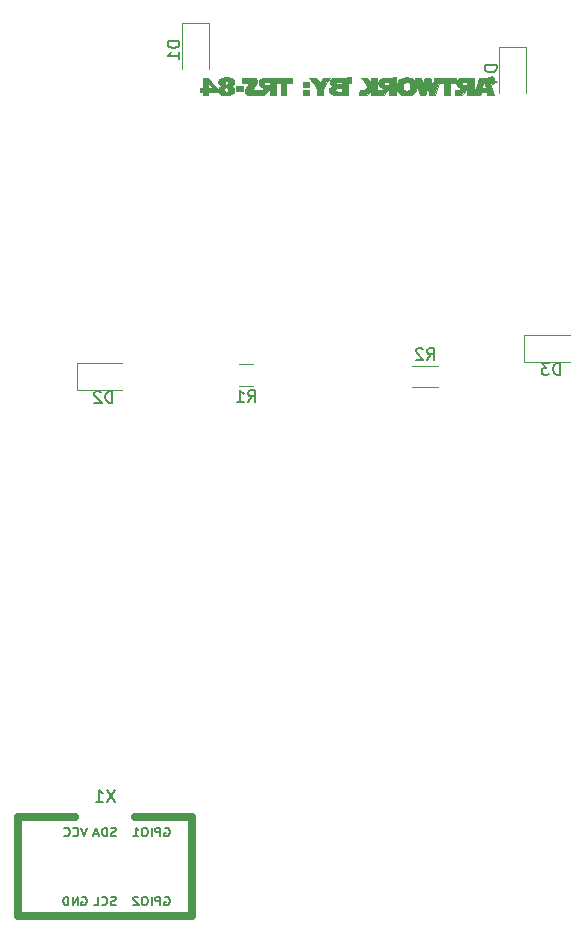
<source format=gbr>
G04 #@! TF.GenerationSoftware,KiCad,Pcbnew,(5.1.2)-1*
G04 #@! TF.CreationDate,2019-07-11T20:21:29-05:00*
G04 #@! TF.ProjectId,keanu-homeboy,6b65616e-752d-4686-9f6d-65626f792e6b,rev?*
G04 #@! TF.SameCoordinates,Original*
G04 #@! TF.FileFunction,Legend,Bot*
G04 #@! TF.FilePolarity,Positive*
%FSLAX46Y46*%
G04 Gerber Fmt 4.6, Leading zero omitted, Abs format (unit mm)*
G04 Created by KiCad (PCBNEW (5.1.2)-1) date 2019-07-11 20:21:29*
%MOMM*%
%LPD*%
G04 APERTURE LIST*
%ADD10C,0.010000*%
%ADD11C,0.120000*%
%ADD12C,0.700000*%
%ADD13C,0.150000*%
G04 APERTURE END LIST*
D10*
G36*
X-9690100Y26729584D02*
G01*
X-9538600Y26716040D01*
X-9407825Y26689440D01*
X-9298075Y26649915D01*
X-9209648Y26597596D01*
X-9142843Y26532612D01*
X-9106643Y26474683D01*
X-9089748Y26420980D01*
X-9081176Y26352607D01*
X-9081332Y26279032D01*
X-9090627Y26209720D01*
X-9094539Y26193750D01*
X-9117358Y26146415D01*
X-9157451Y26096507D01*
X-9208327Y26050408D01*
X-9263491Y26014499D01*
X-9288452Y26003186D01*
X-9347753Y25980539D01*
X-9277375Y25951935D01*
X-9199298Y25913571D01*
X-9141957Y25869076D01*
X-9100799Y25814659D01*
X-9091600Y25797221D01*
X-9070304Y25734435D01*
X-9058320Y25658395D01*
X-9056526Y25579808D01*
X-9065801Y25509378D01*
X-9067447Y25502912D01*
X-9097259Y25438128D01*
X-9149303Y25376418D01*
X-9220420Y25320187D01*
X-9307451Y25271836D01*
X-9407238Y25233770D01*
X-9429750Y25227245D01*
X-9484277Y25216711D01*
X-9557689Y25208750D01*
X-9643594Y25203473D01*
X-9735597Y25200989D01*
X-9827303Y25201408D01*
X-9912320Y25204840D01*
X-9984252Y25211396D01*
X-10019560Y25217095D01*
X-10129141Y25247673D01*
X-10227329Y25291332D01*
X-10310751Y25345844D01*
X-10376032Y25408982D01*
X-10419800Y25478518D01*
X-10421544Y25482550D01*
X-10438492Y25546687D01*
X-10443198Y25622262D01*
X-10435943Y25698616D01*
X-10432556Y25710509D01*
X-9912150Y25710509D01*
X-9910665Y25666338D01*
X-9910533Y25665742D01*
X-9894894Y25606406D01*
X-9877937Y25566380D01*
X-9856533Y25539634D01*
X-9838016Y25526065D01*
X-9787271Y25507181D01*
X-9728529Y25502816D01*
X-9674383Y25513568D01*
X-9664700Y25517839D01*
X-9630196Y25548125D01*
X-9605094Y25595659D01*
X-9590443Y25653704D01*
X-9587294Y25715521D01*
X-9596698Y25774371D01*
X-9617540Y25820397D01*
X-9658590Y25860524D01*
X-9711342Y25882559D01*
X-9769031Y25885847D01*
X-9824892Y25869736D01*
X-9862055Y25844027D01*
X-9884876Y25810271D01*
X-9902564Y25762126D01*
X-9912150Y25710509D01*
X-10432556Y25710509D01*
X-10417007Y25765088D01*
X-10413954Y25771912D01*
X-10373060Y25834854D01*
X-10315147Y25892673D01*
X-10248492Y25937940D01*
X-10209591Y25955339D01*
X-10148887Y25976899D01*
X-10214769Y26012910D01*
X-10294827Y26065644D01*
X-10351812Y26125280D01*
X-10387823Y26195317D01*
X-10404957Y26279250D01*
X-10405090Y26282650D01*
X-9893300Y26282650D01*
X-9884039Y26213981D01*
X-9857341Y26162055D01*
X-9814831Y26128545D01*
X-9758139Y26115121D01*
X-9730860Y26115840D01*
X-9689913Y26124563D01*
X-9655891Y26139954D01*
X-9649732Y26144624D01*
X-9612152Y26192114D01*
X-9593461Y26246646D01*
X-9592154Y26303311D01*
X-9606724Y26357205D01*
X-9635664Y26403420D01*
X-9677467Y26437050D01*
X-9730627Y26453189D01*
X-9744706Y26453913D01*
X-9802503Y26442982D01*
X-9848130Y26411452D01*
X-9879076Y26362219D01*
X-9892831Y26298175D01*
X-9893300Y26282650D01*
X-10405090Y26282650D01*
X-10407091Y26333450D01*
X-10404576Y26389041D01*
X-10395871Y26431818D01*
X-10377984Y26474163D01*
X-10368991Y26491192D01*
X-10315135Y26563726D01*
X-10240114Y26623812D01*
X-10145137Y26671025D01*
X-10031414Y26704941D01*
X-9900153Y26725135D01*
X-9752565Y26731183D01*
X-9690100Y26729584D01*
X-9690100Y26729584D01*
G37*
X-9690100Y26729584D02*
X-9538600Y26716040D01*
X-9407825Y26689440D01*
X-9298075Y26649915D01*
X-9209648Y26597596D01*
X-9142843Y26532612D01*
X-9106643Y26474683D01*
X-9089748Y26420980D01*
X-9081176Y26352607D01*
X-9081332Y26279032D01*
X-9090627Y26209720D01*
X-9094539Y26193750D01*
X-9117358Y26146415D01*
X-9157451Y26096507D01*
X-9208327Y26050408D01*
X-9263491Y26014499D01*
X-9288452Y26003186D01*
X-9347753Y25980539D01*
X-9277375Y25951935D01*
X-9199298Y25913571D01*
X-9141957Y25869076D01*
X-9100799Y25814659D01*
X-9091600Y25797221D01*
X-9070304Y25734435D01*
X-9058320Y25658395D01*
X-9056526Y25579808D01*
X-9065801Y25509378D01*
X-9067447Y25502912D01*
X-9097259Y25438128D01*
X-9149303Y25376418D01*
X-9220420Y25320187D01*
X-9307451Y25271836D01*
X-9407238Y25233770D01*
X-9429750Y25227245D01*
X-9484277Y25216711D01*
X-9557689Y25208750D01*
X-9643594Y25203473D01*
X-9735597Y25200989D01*
X-9827303Y25201408D01*
X-9912320Y25204840D01*
X-9984252Y25211396D01*
X-10019560Y25217095D01*
X-10129141Y25247673D01*
X-10227329Y25291332D01*
X-10310751Y25345844D01*
X-10376032Y25408982D01*
X-10419800Y25478518D01*
X-10421544Y25482550D01*
X-10438492Y25546687D01*
X-10443198Y25622262D01*
X-10435943Y25698616D01*
X-10432556Y25710509D01*
X-9912150Y25710509D01*
X-9910665Y25666338D01*
X-9910533Y25665742D01*
X-9894894Y25606406D01*
X-9877937Y25566380D01*
X-9856533Y25539634D01*
X-9838016Y25526065D01*
X-9787271Y25507181D01*
X-9728529Y25502816D01*
X-9674383Y25513568D01*
X-9664700Y25517839D01*
X-9630196Y25548125D01*
X-9605094Y25595659D01*
X-9590443Y25653704D01*
X-9587294Y25715521D01*
X-9596698Y25774371D01*
X-9617540Y25820397D01*
X-9658590Y25860524D01*
X-9711342Y25882559D01*
X-9769031Y25885847D01*
X-9824892Y25869736D01*
X-9862055Y25844027D01*
X-9884876Y25810271D01*
X-9902564Y25762126D01*
X-9912150Y25710509D01*
X-10432556Y25710509D01*
X-10417007Y25765088D01*
X-10413954Y25771912D01*
X-10373060Y25834854D01*
X-10315147Y25892673D01*
X-10248492Y25937940D01*
X-10209591Y25955339D01*
X-10148887Y25976899D01*
X-10214769Y26012910D01*
X-10294827Y26065644D01*
X-10351812Y26125280D01*
X-10387823Y26195317D01*
X-10404957Y26279250D01*
X-10405090Y26282650D01*
X-9893300Y26282650D01*
X-9884039Y26213981D01*
X-9857341Y26162055D01*
X-9814831Y26128545D01*
X-9758139Y26115121D01*
X-9730860Y26115840D01*
X-9689913Y26124563D01*
X-9655891Y26139954D01*
X-9649732Y26144624D01*
X-9612152Y26192114D01*
X-9593461Y26246646D01*
X-9592154Y26303311D01*
X-9606724Y26357205D01*
X-9635664Y26403420D01*
X-9677467Y26437050D01*
X-9730627Y26453189D01*
X-9744706Y26453913D01*
X-9802503Y26442982D01*
X-9848130Y26411452D01*
X-9879076Y26362219D01*
X-9892831Y26298175D01*
X-9893300Y26282650D01*
X-10405090Y26282650D01*
X-10407091Y26333450D01*
X-10404576Y26389041D01*
X-10395871Y26431818D01*
X-10377984Y26474163D01*
X-10368991Y26491192D01*
X-10315135Y26563726D01*
X-10240114Y26623812D01*
X-10145137Y26671025D01*
X-10031414Y26704941D01*
X-9900153Y26725135D01*
X-9752565Y26731183D01*
X-9690100Y26729584D01*
G36*
X5625474Y26712223D02*
G01*
X5723922Y26704251D01*
X5808095Y26691164D01*
X5835650Y26684626D01*
X5969871Y26638641D01*
X6083865Y26577991D01*
X6178846Y26501625D01*
X6256030Y26408492D01*
X6316632Y26297540D01*
X6334573Y26253170D01*
X6352993Y26185639D01*
X6366084Y26100861D01*
X6373509Y26006497D01*
X6374933Y25910203D01*
X6370017Y25819640D01*
X6358425Y25742466D01*
X6357263Y25737371D01*
X6315613Y25610638D01*
X6254075Y25499599D01*
X6173016Y25404622D01*
X6072802Y25326072D01*
X5953800Y25264316D01*
X5848350Y25228091D01*
X5796293Y25217885D01*
X5725324Y25209942D01*
X5641838Y25204402D01*
X5552235Y25201408D01*
X5462911Y25201099D01*
X5380264Y25203618D01*
X5310692Y25209105D01*
X5270500Y25215347D01*
X5128946Y25256117D01*
X5005089Y25314057D01*
X4899603Y25388534D01*
X4813166Y25478911D01*
X4746454Y25584554D01*
X4700141Y25704826D01*
X4685929Y25764607D01*
X4677094Y25835008D01*
X4674047Y25919609D01*
X4674694Y25944871D01*
X5199464Y25944871D01*
X5207075Y25862101D01*
X5224506Y25782308D01*
X5249818Y25721971D01*
X5285824Y25675659D01*
X5316838Y25650119D01*
X5378427Y25619536D01*
X5454647Y25601129D01*
X5537525Y25595489D01*
X5619086Y25603211D01*
X5686174Y25622654D01*
X5749185Y25660839D01*
X5796116Y25716527D01*
X5827443Y25790681D01*
X5843642Y25884266D01*
X5846287Y25946100D01*
X5842765Y26035671D01*
X5830210Y26106265D01*
X5807189Y26163145D01*
X5774790Y26208736D01*
X5716528Y26259224D01*
X5645907Y26290524D01*
X5559857Y26303848D01*
X5532011Y26304523D01*
X5437734Y26298121D01*
X5363031Y26277891D01*
X5305249Y26242298D01*
X5261734Y26189808D01*
X5234606Y26132456D01*
X5207311Y26036853D01*
X5199464Y25944871D01*
X4674694Y25944871D01*
X4676376Y26010459D01*
X4683669Y26099607D01*
X4695512Y26179101D01*
X4710520Y26238200D01*
X4763515Y26355335D01*
X4836933Y26458289D01*
X4929363Y26545856D01*
X5039395Y26616834D01*
X5165617Y26670018D01*
X5241456Y26691255D01*
X5320742Y26704596D01*
X5416257Y26712480D01*
X5520377Y26714995D01*
X5625474Y26712223D01*
X5625474Y26712223D01*
G37*
X5625474Y26712223D02*
X5723922Y26704251D01*
X5808095Y26691164D01*
X5835650Y26684626D01*
X5969871Y26638641D01*
X6083865Y26577991D01*
X6178846Y26501625D01*
X6256030Y26408492D01*
X6316632Y26297540D01*
X6334573Y26253170D01*
X6352993Y26185639D01*
X6366084Y26100861D01*
X6373509Y26006497D01*
X6374933Y25910203D01*
X6370017Y25819640D01*
X6358425Y25742466D01*
X6357263Y25737371D01*
X6315613Y25610638D01*
X6254075Y25499599D01*
X6173016Y25404622D01*
X6072802Y25326072D01*
X5953800Y25264316D01*
X5848350Y25228091D01*
X5796293Y25217885D01*
X5725324Y25209942D01*
X5641838Y25204402D01*
X5552235Y25201408D01*
X5462911Y25201099D01*
X5380264Y25203618D01*
X5310692Y25209105D01*
X5270500Y25215347D01*
X5128946Y25256117D01*
X5005089Y25314057D01*
X4899603Y25388534D01*
X4813166Y25478911D01*
X4746454Y25584554D01*
X4700141Y25704826D01*
X4685929Y25764607D01*
X4677094Y25835008D01*
X4674047Y25919609D01*
X4674694Y25944871D01*
X5199464Y25944871D01*
X5207075Y25862101D01*
X5224506Y25782308D01*
X5249818Y25721971D01*
X5285824Y25675659D01*
X5316838Y25650119D01*
X5378427Y25619536D01*
X5454647Y25601129D01*
X5537525Y25595489D01*
X5619086Y25603211D01*
X5686174Y25622654D01*
X5749185Y25660839D01*
X5796116Y25716527D01*
X5827443Y25790681D01*
X5843642Y25884266D01*
X5846287Y25946100D01*
X5842765Y26035671D01*
X5830210Y26106265D01*
X5807189Y26163145D01*
X5774790Y26208736D01*
X5716528Y26259224D01*
X5645907Y26290524D01*
X5559857Y26303848D01*
X5532011Y26304523D01*
X5437734Y26298121D01*
X5363031Y26277891D01*
X5305249Y26242298D01*
X5261734Y26189808D01*
X5234606Y26132456D01*
X5207311Y26036853D01*
X5199464Y25944871D01*
X4674694Y25944871D01*
X4676376Y26010459D01*
X4683669Y26099607D01*
X4695512Y26179101D01*
X4710520Y26238200D01*
X4763515Y26355335D01*
X4836933Y26458289D01*
X4929363Y26545856D01*
X5039395Y26616834D01*
X5165617Y26670018D01*
X5241456Y26691255D01*
X5320742Y26704596D01*
X5416257Y26712480D01*
X5520377Y26714995D01*
X5625474Y26712223D01*
G36*
X-10904987Y26263059D02*
G01*
X-10502900Y25818017D01*
X-10502900Y25501600D01*
X-11303000Y25501600D01*
X-11303000Y25222200D01*
X-11671300Y25222200D01*
X-11671300Y25501600D01*
X-11925300Y25501600D01*
X-11925300Y25819100D01*
X-11671300Y25819100D01*
X-11671300Y26050241D01*
X-11303000Y26050241D01*
X-11303000Y25819100D01*
X-11112500Y25819100D01*
X-11046206Y25819562D01*
X-10989945Y25820834D01*
X-10948108Y25822748D01*
X-10925085Y25825133D01*
X-10922000Y25826450D01*
X-10929764Y25837178D01*
X-10951219Y25863969D01*
X-10983612Y25903530D01*
X-11024187Y25952566D01*
X-11070191Y26007784D01*
X-11118869Y26065889D01*
X-11167467Y26123587D01*
X-11213231Y26177585D01*
X-11253407Y26224588D01*
X-11285240Y26261303D01*
X-11292304Y26269316D01*
X-11295685Y26261228D01*
X-11298626Y26231454D01*
X-11300947Y26183706D01*
X-11302465Y26121697D01*
X-11303000Y26050241D01*
X-11671300Y26050241D01*
X-11671300Y26708100D01*
X-11307073Y26708100D01*
X-10904987Y26263059D01*
X-10904987Y26263059D01*
G37*
X-10904987Y26263059D02*
X-10502900Y25818017D01*
X-10502900Y25501600D01*
X-11303000Y25501600D01*
X-11303000Y25222200D01*
X-11671300Y25222200D01*
X-11671300Y25501600D01*
X-11925300Y25501600D01*
X-11925300Y25819100D01*
X-11671300Y25819100D01*
X-11671300Y26050241D01*
X-11303000Y26050241D01*
X-11303000Y25819100D01*
X-11112500Y25819100D01*
X-11046206Y25819562D01*
X-10989945Y25820834D01*
X-10948108Y25822748D01*
X-10925085Y25825133D01*
X-10922000Y25826450D01*
X-10929764Y25837178D01*
X-10951219Y25863969D01*
X-10983612Y25903530D01*
X-11024187Y25952566D01*
X-11070191Y26007784D01*
X-11118869Y26065889D01*
X-11167467Y26123587D01*
X-11213231Y26177585D01*
X-11253407Y26224588D01*
X-11285240Y26261303D01*
X-11292304Y26269316D01*
X-11295685Y26261228D01*
X-11298626Y26231454D01*
X-11300947Y26183706D01*
X-11302465Y26121697D01*
X-11303000Y26050241D01*
X-11671300Y26050241D01*
X-11671300Y26708100D01*
X-11307073Y26708100D01*
X-10904987Y26263059D01*
G36*
X-4191000Y26263600D02*
G01*
X-4660900Y26263600D01*
X-4660900Y25222200D01*
X-5143500Y25222200D01*
X-5143500Y26263600D01*
X-5524500Y26263600D01*
X-5524500Y25222200D01*
X-6057900Y25222200D01*
X-6058393Y25466675D01*
X-6058885Y25711150D01*
X-6296518Y25466229D01*
X-6534150Y25221308D01*
X-7219950Y25222056D01*
X-7905750Y25222803D01*
X-7980683Y25253609D01*
X-8062866Y25298013D01*
X-8123364Y25355255D01*
X-8162872Y25426397D01*
X-8182086Y25512504D01*
X-8184274Y25565100D01*
X-8174404Y25656846D01*
X-8145966Y25748204D01*
X-8097767Y25841334D01*
X-8028615Y25938395D01*
X-7937317Y26041545D01*
X-7900212Y26079186D01*
X-7856588Y26124056D01*
X-7820551Y26164270D01*
X-7795592Y26195702D01*
X-7785204Y26214225D01*
X-7785100Y26215264D01*
X-7787790Y26229968D01*
X-7797678Y26241409D01*
X-7817498Y26249981D01*
X-7849980Y26256077D01*
X-7897856Y26260090D01*
X-7963858Y26262414D01*
X-8050717Y26263441D01*
X-8120816Y26263600D01*
X-8407400Y26263600D01*
X-8407400Y26708100D01*
X-7914406Y26708100D01*
X-7776517Y26707955D01*
X-7661527Y26707301D01*
X-7566936Y26705813D01*
X-7490243Y26703163D01*
X-7428948Y26699025D01*
X-7380550Y26693073D01*
X-7342548Y26684980D01*
X-7312444Y26674420D01*
X-7287735Y26661067D01*
X-7265922Y26644594D01*
X-7244504Y26624674D01*
X-7239829Y26620029D01*
X-7192603Y26555905D01*
X-7161017Y26476805D01*
X-7146103Y26388532D01*
X-7148892Y26296890D01*
X-7167822Y26215058D01*
X-7203272Y26136674D01*
X-7258319Y26049459D01*
X-7330400Y25956993D01*
X-7416950Y25862852D01*
X-7428689Y25851115D01*
X-7472313Y25806245D01*
X-7508350Y25766031D01*
X-7533309Y25734599D01*
X-7543697Y25716076D01*
X-7543800Y25715037D01*
X-7541997Y25702346D01*
X-7534989Y25692073D01*
X-7520382Y25683968D01*
X-7495780Y25677777D01*
X-7458788Y25673249D01*
X-7407009Y25670132D01*
X-7338050Y25668175D01*
X-7249514Y25667125D01*
X-7139006Y25666731D01*
X-7084093Y25666700D01*
X-6673516Y25666700D01*
X-6565832Y25804578D01*
X-6638509Y25825706D01*
X-6746936Y25867209D01*
X-6836010Y25922683D01*
X-6904579Y25991241D01*
X-6948015Y26063867D01*
X-6966357Y26125093D01*
X-6974890Y26191206D01*
X-6539608Y26191206D01*
X-6536974Y26148733D01*
X-6528785Y26116613D01*
X-6511935Y26093411D01*
X-6483320Y26077689D01*
X-6439837Y26068011D01*
X-6378382Y26062940D01*
X-6295849Y26061041D01*
X-6257925Y26060851D01*
X-6057900Y26060400D01*
X-6057900Y26339800D01*
X-6247803Y26339800D01*
X-6334408Y26338669D01*
X-6402610Y26335387D01*
X-6449925Y26330123D01*
X-6471005Y26324628D01*
X-6508577Y26294292D01*
X-6532404Y26246735D01*
X-6539608Y26191206D01*
X-6974890Y26191206D01*
X-6976121Y26200739D01*
X-6976897Y26281173D01*
X-6968274Y26356763D01*
X-6961682Y26385002D01*
X-6925847Y26467765D01*
X-6868385Y26543682D01*
X-6792855Y26609216D01*
X-6702812Y26660829D01*
X-6670990Y26674026D01*
X-6658433Y26678673D01*
X-6645796Y26682775D01*
X-6631481Y26686369D01*
X-6613889Y26689495D01*
X-6591422Y26692193D01*
X-6562481Y26694500D01*
X-6525468Y26696457D01*
X-6478784Y26698103D01*
X-6420831Y26699476D01*
X-6350010Y26700615D01*
X-6264722Y26701560D01*
X-6163370Y26702350D01*
X-6044354Y26703023D01*
X-5906077Y26703620D01*
X-5746939Y26704178D01*
X-5565341Y26704737D01*
X-5394325Y26705236D01*
X-4191000Y26708722D01*
X-4191000Y26263600D01*
X-4191000Y26263600D01*
G37*
X-4191000Y26263600D02*
X-4660900Y26263600D01*
X-4660900Y25222200D01*
X-5143500Y25222200D01*
X-5143500Y26263600D01*
X-5524500Y26263600D01*
X-5524500Y25222200D01*
X-6057900Y25222200D01*
X-6058393Y25466675D01*
X-6058885Y25711150D01*
X-6296518Y25466229D01*
X-6534150Y25221308D01*
X-7219950Y25222056D01*
X-7905750Y25222803D01*
X-7980683Y25253609D01*
X-8062866Y25298013D01*
X-8123364Y25355255D01*
X-8162872Y25426397D01*
X-8182086Y25512504D01*
X-8184274Y25565100D01*
X-8174404Y25656846D01*
X-8145966Y25748204D01*
X-8097767Y25841334D01*
X-8028615Y25938395D01*
X-7937317Y26041545D01*
X-7900212Y26079186D01*
X-7856588Y26124056D01*
X-7820551Y26164270D01*
X-7795592Y26195702D01*
X-7785204Y26214225D01*
X-7785100Y26215264D01*
X-7787790Y26229968D01*
X-7797678Y26241409D01*
X-7817498Y26249981D01*
X-7849980Y26256077D01*
X-7897856Y26260090D01*
X-7963858Y26262414D01*
X-8050717Y26263441D01*
X-8120816Y26263600D01*
X-8407400Y26263600D01*
X-8407400Y26708100D01*
X-7914406Y26708100D01*
X-7776517Y26707955D01*
X-7661527Y26707301D01*
X-7566936Y26705813D01*
X-7490243Y26703163D01*
X-7428948Y26699025D01*
X-7380550Y26693073D01*
X-7342548Y26684980D01*
X-7312444Y26674420D01*
X-7287735Y26661067D01*
X-7265922Y26644594D01*
X-7244504Y26624674D01*
X-7239829Y26620029D01*
X-7192603Y26555905D01*
X-7161017Y26476805D01*
X-7146103Y26388532D01*
X-7148892Y26296890D01*
X-7167822Y26215058D01*
X-7203272Y26136674D01*
X-7258319Y26049459D01*
X-7330400Y25956993D01*
X-7416950Y25862852D01*
X-7428689Y25851115D01*
X-7472313Y25806245D01*
X-7508350Y25766031D01*
X-7533309Y25734599D01*
X-7543697Y25716076D01*
X-7543800Y25715037D01*
X-7541997Y25702346D01*
X-7534989Y25692073D01*
X-7520382Y25683968D01*
X-7495780Y25677777D01*
X-7458788Y25673249D01*
X-7407009Y25670132D01*
X-7338050Y25668175D01*
X-7249514Y25667125D01*
X-7139006Y25666731D01*
X-7084093Y25666700D01*
X-6673516Y25666700D01*
X-6565832Y25804578D01*
X-6638509Y25825706D01*
X-6746936Y25867209D01*
X-6836010Y25922683D01*
X-6904579Y25991241D01*
X-6948015Y26063867D01*
X-6966357Y26125093D01*
X-6974890Y26191206D01*
X-6539608Y26191206D01*
X-6536974Y26148733D01*
X-6528785Y26116613D01*
X-6511935Y26093411D01*
X-6483320Y26077689D01*
X-6439837Y26068011D01*
X-6378382Y26062940D01*
X-6295849Y26061041D01*
X-6257925Y26060851D01*
X-6057900Y26060400D01*
X-6057900Y26339800D01*
X-6247803Y26339800D01*
X-6334408Y26338669D01*
X-6402610Y26335387D01*
X-6449925Y26330123D01*
X-6471005Y26324628D01*
X-6508577Y26294292D01*
X-6532404Y26246735D01*
X-6539608Y26191206D01*
X-6974890Y26191206D01*
X-6976121Y26200739D01*
X-6976897Y26281173D01*
X-6968274Y26356763D01*
X-6961682Y26385002D01*
X-6925847Y26467765D01*
X-6868385Y26543682D01*
X-6792855Y26609216D01*
X-6702812Y26660829D01*
X-6670990Y26674026D01*
X-6658433Y26678673D01*
X-6645796Y26682775D01*
X-6631481Y26686369D01*
X-6613889Y26689495D01*
X-6591422Y26692193D01*
X-6562481Y26694500D01*
X-6525468Y26696457D01*
X-6478784Y26698103D01*
X-6420831Y26699476D01*
X-6350010Y26700615D01*
X-6264722Y26701560D01*
X-6163370Y26702350D01*
X-6044354Y26703023D01*
X-5906077Y26703620D01*
X-5746939Y26704178D01*
X-5565341Y26704737D01*
X-5394325Y26705236D01*
X-4191000Y26708722D01*
X-4191000Y26263600D01*
G36*
X-2743200Y25222200D02*
G01*
X-3200400Y25222200D01*
X-3200400Y25628600D01*
X-2743200Y25628600D01*
X-2743200Y25222200D01*
X-2743200Y25222200D01*
G37*
X-2743200Y25222200D02*
X-3200400Y25222200D01*
X-3200400Y25628600D01*
X-2743200Y25628600D01*
X-2743200Y25222200D01*
G36*
X-1251840Y26239628D02*
G01*
X-1574800Y25771155D01*
X-1574800Y25222200D01*
X-2070100Y25222200D01*
X-2070100Y25769855D01*
X-2351403Y26178653D01*
X-2415590Y26271853D01*
X-2476904Y26360732D01*
X-2533469Y26442584D01*
X-2583413Y26514703D01*
X-2624861Y26574383D01*
X-2655939Y26618920D01*
X-2674773Y26645607D01*
X-2676334Y26647775D01*
X-2719964Y26708100D01*
X-2127250Y26707652D01*
X-2038350Y26572261D01*
X-1996651Y26509238D01*
X-1952393Y26443140D01*
X-1911406Y26382636D01*
X-1884542Y26343586D01*
X-1819633Y26250301D01*
X-1668642Y26479148D01*
X-1517650Y26707994D01*
X-1223265Y26708047D01*
X-928879Y26708100D01*
X-1251840Y26239628D01*
X-1251840Y26239628D01*
G37*
X-1251840Y26239628D02*
X-1574800Y25771155D01*
X-1574800Y25222200D01*
X-2070100Y25222200D01*
X-2070100Y25769855D01*
X-2351403Y26178653D01*
X-2415590Y26271853D01*
X-2476904Y26360732D01*
X-2533469Y26442584D01*
X-2583413Y26514703D01*
X-2624861Y26574383D01*
X-2655939Y26618920D01*
X-2674773Y26645607D01*
X-2676334Y26647775D01*
X-2719964Y26708100D01*
X-2127250Y26707652D01*
X-2038350Y26572261D01*
X-1996651Y26509238D01*
X-1952393Y26443140D01*
X-1911406Y26382636D01*
X-1884542Y26343586D01*
X-1819633Y26250301D01*
X-1668642Y26479148D01*
X-1517650Y26707994D01*
X-1223265Y26708047D01*
X-928879Y26708100D01*
X-1251840Y26239628D01*
G36*
X863600Y26263600D02*
G01*
X558800Y26263600D01*
X558800Y25222200D01*
X-28575Y25223347D01*
X-187400Y25223915D01*
X-322405Y25224977D01*
X-435165Y25226576D01*
X-527258Y25228751D01*
X-600258Y25231544D01*
X-655742Y25234996D01*
X-695286Y25239147D01*
X-706912Y25240998D01*
X-813619Y25270145D01*
X-900735Y25315102D01*
X-967935Y25375502D01*
X-1014890Y25450979D01*
X-1041272Y25541165D01*
X-1047355Y25622250D01*
X-1039589Y25673979D01*
X-498285Y25673979D01*
X-494272Y25627377D01*
X-469845Y25583800D01*
X-425593Y25549019D01*
X-398053Y25536775D01*
X-364926Y25527880D01*
X-321799Y25521813D01*
X-264255Y25518051D01*
X-187881Y25516072D01*
X-142875Y25515600D01*
X38100Y25514300D01*
X38100Y25793700D01*
X-155575Y25793630D01*
X-227103Y25792784D01*
X-293133Y25790504D01*
X-347844Y25787100D01*
X-385413Y25782880D01*
X-394644Y25780949D01*
X-447790Y25755862D01*
X-482564Y25718506D01*
X-498285Y25673979D01*
X-1039589Y25673979D01*
X-1034745Y25706240D01*
X-999286Y25783488D01*
X-943189Y25851392D01*
X-868667Y25907346D01*
X-777932Y25948747D01*
X-766983Y25952324D01*
X-694480Y25975129D01*
X-769515Y26009345D01*
X-817170Y26033728D01*
X-861965Y26061008D01*
X-886382Y26078978D01*
X-939218Y26139757D01*
X-972865Y26214266D01*
X-979802Y26257923D01*
X-413216Y26257923D01*
X-410748Y26210134D01*
X-386928Y26163125D01*
X-377845Y26152475D01*
X-366361Y26141558D01*
X-352766Y26133842D01*
X-332771Y26128775D01*
X-302087Y26125802D01*
X-256428Y26124370D01*
X-191504Y26123926D01*
X-156537Y26123900D01*
X38100Y26123900D01*
X38100Y26352500D01*
X-140331Y26352500D01*
X-219470Y26351744D01*
X-277426Y26349220D01*
X-318380Y26344549D01*
X-346511Y26337352D01*
X-356777Y26332842D01*
X-395001Y26300742D01*
X-413216Y26257923D01*
X-979802Y26257923D01*
X-986239Y26298424D01*
X-978255Y26388145D01*
X-973660Y26407704D01*
X-940708Y26497348D01*
X-892131Y26568989D01*
X-825340Y26625436D01*
X-737742Y26669496D01*
X-729042Y26672840D01*
X-712948Y26678711D01*
X-696909Y26683719D01*
X-678836Y26687945D01*
X-656641Y26691471D01*
X-628235Y26694377D01*
X-591530Y26696744D01*
X-544438Y26698655D01*
X-484869Y26700189D01*
X-410736Y26701427D01*
X-319950Y26702452D01*
X-210423Y26703344D01*
X-80066Y26704185D01*
X73210Y26705054D01*
X104775Y26705228D01*
X863600Y26709391D01*
X863600Y26263600D01*
X863600Y26263600D01*
G37*
X863600Y26263600D02*
X558800Y26263600D01*
X558800Y25222200D01*
X-28575Y25223347D01*
X-187400Y25223915D01*
X-322405Y25224977D01*
X-435165Y25226576D01*
X-527258Y25228751D01*
X-600258Y25231544D01*
X-655742Y25234996D01*
X-695286Y25239147D01*
X-706912Y25240998D01*
X-813619Y25270145D01*
X-900735Y25315102D01*
X-967935Y25375502D01*
X-1014890Y25450979D01*
X-1041272Y25541165D01*
X-1047355Y25622250D01*
X-1039589Y25673979D01*
X-498285Y25673979D01*
X-494272Y25627377D01*
X-469845Y25583800D01*
X-425593Y25549019D01*
X-398053Y25536775D01*
X-364926Y25527880D01*
X-321799Y25521813D01*
X-264255Y25518051D01*
X-187881Y25516072D01*
X-142875Y25515600D01*
X38100Y25514300D01*
X38100Y25793700D01*
X-155575Y25793630D01*
X-227103Y25792784D01*
X-293133Y25790504D01*
X-347844Y25787100D01*
X-385413Y25782880D01*
X-394644Y25780949D01*
X-447790Y25755862D01*
X-482564Y25718506D01*
X-498285Y25673979D01*
X-1039589Y25673979D01*
X-1034745Y25706240D01*
X-999286Y25783488D01*
X-943189Y25851392D01*
X-868667Y25907346D01*
X-777932Y25948747D01*
X-766983Y25952324D01*
X-694480Y25975129D01*
X-769515Y26009345D01*
X-817170Y26033728D01*
X-861965Y26061008D01*
X-886382Y26078978D01*
X-939218Y26139757D01*
X-972865Y26214266D01*
X-979802Y26257923D01*
X-413216Y26257923D01*
X-410748Y26210134D01*
X-386928Y26163125D01*
X-377845Y26152475D01*
X-366361Y26141558D01*
X-352766Y26133842D01*
X-332771Y26128775D01*
X-302087Y26125802D01*
X-256428Y26124370D01*
X-191504Y26123926D01*
X-156537Y26123900D01*
X38100Y26123900D01*
X38100Y26352500D01*
X-140331Y26352500D01*
X-219470Y26351744D01*
X-277426Y26349220D01*
X-318380Y26344549D01*
X-346511Y26337352D01*
X-356777Y26332842D01*
X-395001Y26300742D01*
X-413216Y26257923D01*
X-979802Y26257923D01*
X-986239Y26298424D01*
X-978255Y26388145D01*
X-973660Y26407704D01*
X-940708Y26497348D01*
X-892131Y26568989D01*
X-825340Y26625436D01*
X-737742Y26669496D01*
X-729042Y26672840D01*
X-712948Y26678711D01*
X-696909Y26683719D01*
X-678836Y26687945D01*
X-656641Y26691471D01*
X-628235Y26694377D01*
X-591530Y26696744D01*
X-544438Y26698655D01*
X-484869Y26700189D01*
X-410736Y26701427D01*
X-319950Y26702452D01*
X-210423Y26703344D01*
X-80066Y26704185D01*
X73210Y26705054D01*
X104775Y26705228D01*
X863600Y26709391D01*
X863600Y26263600D01*
G36*
X4597400Y25222200D02*
G01*
X4064000Y25222200D01*
X4063380Y25466675D01*
X4062761Y25711150D01*
X3825255Y25466430D01*
X3587750Y25221710D01*
X2502514Y25222200D01*
X2499032Y25434609D01*
X2495550Y25647017D01*
X2139950Y25223609D01*
X1838025Y25222905D01*
X1536100Y25222200D01*
X1543050Y25660350D01*
X1767769Y25663816D01*
X1992488Y25667281D01*
X2109611Y25808789D01*
X2151317Y25860090D01*
X2186469Y25905062D01*
X2212162Y25939854D01*
X2225489Y25960612D01*
X2226707Y25964074D01*
X2219350Y25977119D01*
X2198441Y26008058D01*
X2165703Y26054494D01*
X2122861Y26114029D01*
X2071638Y26184264D01*
X2013760Y26262803D01*
X1957891Y26337952D01*
X1895633Y26421496D01*
X1838474Y26498462D01*
X1788127Y26566522D01*
X1746309Y26623345D01*
X1714733Y26666602D01*
X1695115Y26693963D01*
X1689100Y26703077D01*
X1701147Y26704647D01*
X1734678Y26706016D01*
X1785779Y26707103D01*
X1850534Y26707825D01*
X1925026Y26708100D01*
X2168086Y26708100D01*
X2495550Y26239618D01*
X2502460Y26708100D01*
X2997200Y26708100D01*
X2997200Y25666700D01*
X3448050Y25667782D01*
X3495675Y25729565D01*
X3520703Y25763011D01*
X3537952Y25787930D01*
X3543300Y25797854D01*
X3532310Y25805015D01*
X3503969Y25816650D01*
X3476625Y25826171D01*
X3369152Y25869999D01*
X3283188Y25924744D01*
X3216606Y25992018D01*
X3177275Y26053245D01*
X3159805Y26090245D01*
X3149567Y26124965D01*
X3144777Y26166549D01*
X3144568Y26177271D01*
X3582472Y26177271D01*
X3591278Y26129355D01*
X3611127Y26091628D01*
X3635190Y26073402D01*
X3657563Y26069483D01*
X3700129Y26066461D01*
X3757690Y26064548D01*
X3825048Y26063953D01*
X3860800Y26064218D01*
X4057650Y26066750D01*
X4057650Y26333450D01*
X3858701Y26336943D01*
X3783312Y26338105D01*
X3728939Y26338200D01*
X3691207Y26336735D01*
X3665739Y26333222D01*
X3648159Y26327170D01*
X3634089Y26318089D01*
X3625295Y26310795D01*
X3599184Y26275128D01*
X3585008Y26228241D01*
X3582472Y26177271D01*
X3144568Y26177271D01*
X3143649Y26224142D01*
X3143652Y26225500D01*
X3145760Y26284086D01*
X3151129Y26340758D01*
X3158681Y26384765D01*
X3160215Y26390600D01*
X3196609Y26473154D01*
X3255008Y26548129D01*
X3332456Y26612652D01*
X3425996Y26663850D01*
X3452268Y26674503D01*
X3470865Y26681173D01*
X3489847Y26686684D01*
X3511787Y26691168D01*
X3539261Y26694758D01*
X3574844Y26697584D01*
X3621111Y26699777D01*
X3680638Y26701470D01*
X3755998Y26702793D01*
X3849768Y26703878D01*
X3964521Y26704856D01*
X4060825Y26705563D01*
X4597400Y26709376D01*
X4597400Y25222200D01*
X4597400Y25222200D01*
G37*
X4597400Y25222200D02*
X4064000Y25222200D01*
X4063380Y25466675D01*
X4062761Y25711150D01*
X3825255Y25466430D01*
X3587750Y25221710D01*
X2502514Y25222200D01*
X2499032Y25434609D01*
X2495550Y25647017D01*
X2139950Y25223609D01*
X1838025Y25222905D01*
X1536100Y25222200D01*
X1543050Y25660350D01*
X1767769Y25663816D01*
X1992488Y25667281D01*
X2109611Y25808789D01*
X2151317Y25860090D01*
X2186469Y25905062D01*
X2212162Y25939854D01*
X2225489Y25960612D01*
X2226707Y25964074D01*
X2219350Y25977119D01*
X2198441Y26008058D01*
X2165703Y26054494D01*
X2122861Y26114029D01*
X2071638Y26184264D01*
X2013760Y26262803D01*
X1957891Y26337952D01*
X1895633Y26421496D01*
X1838474Y26498462D01*
X1788127Y26566522D01*
X1746309Y26623345D01*
X1714733Y26666602D01*
X1695115Y26693963D01*
X1689100Y26703077D01*
X1701147Y26704647D01*
X1734678Y26706016D01*
X1785779Y26707103D01*
X1850534Y26707825D01*
X1925026Y26708100D01*
X2168086Y26708100D01*
X2495550Y26239618D01*
X2502460Y26708100D01*
X2997200Y26708100D01*
X2997200Y25666700D01*
X3448050Y25667782D01*
X3495675Y25729565D01*
X3520703Y25763011D01*
X3537952Y25787930D01*
X3543300Y25797854D01*
X3532310Y25805015D01*
X3503969Y25816650D01*
X3476625Y25826171D01*
X3369152Y25869999D01*
X3283188Y25924744D01*
X3216606Y25992018D01*
X3177275Y26053245D01*
X3159805Y26090245D01*
X3149567Y26124965D01*
X3144777Y26166549D01*
X3144568Y26177271D01*
X3582472Y26177271D01*
X3591278Y26129355D01*
X3611127Y26091628D01*
X3635190Y26073402D01*
X3657563Y26069483D01*
X3700129Y26066461D01*
X3757690Y26064548D01*
X3825048Y26063953D01*
X3860800Y26064218D01*
X4057650Y26066750D01*
X4057650Y26333450D01*
X3858701Y26336943D01*
X3783312Y26338105D01*
X3728939Y26338200D01*
X3691207Y26336735D01*
X3665739Y26333222D01*
X3648159Y26327170D01*
X3634089Y26318089D01*
X3625295Y26310795D01*
X3599184Y26275128D01*
X3585008Y26228241D01*
X3582472Y26177271D01*
X3144568Y26177271D01*
X3143649Y26224142D01*
X3143652Y26225500D01*
X3145760Y26284086D01*
X3151129Y26340758D01*
X3158681Y26384765D01*
X3160215Y26390600D01*
X3196609Y26473154D01*
X3255008Y26548129D01*
X3332456Y26612652D01*
X3425996Y26663850D01*
X3452268Y26674503D01*
X3470865Y26681173D01*
X3489847Y26686684D01*
X3511787Y26691168D01*
X3539261Y26694758D01*
X3574844Y26697584D01*
X3621111Y26699777D01*
X3680638Y26701470D01*
X3755998Y26702793D01*
X3849768Y26703878D01*
X3964521Y26704856D01*
X4060825Y26705563D01*
X4597400Y26709376D01*
X4597400Y25222200D01*
G36*
X9677400Y26263600D02*
G01*
X9207500Y26263600D01*
X9207500Y25222200D01*
X8712200Y25222200D01*
X8712200Y26263600D01*
X8260267Y26263600D01*
X8102058Y25742920D01*
X7943850Y25222240D01*
X7699864Y25222220D01*
X7455879Y25222200D01*
X7443336Y25269825D01*
X7436326Y25297200D01*
X7424461Y25344363D01*
X7408956Y25406440D01*
X7391031Y25478557D01*
X7372752Y25552400D01*
X7353996Y25627501D01*
X7336698Y25695239D01*
X7321989Y25751298D01*
X7311003Y25791361D01*
X7304872Y25811113D01*
X7304832Y25811211D01*
X7298710Y25813090D01*
X7288774Y25796329D01*
X7274406Y25759366D01*
X7254985Y25700640D01*
X7234333Y25633411D01*
X7210982Y25555760D01*
X7187354Y25477236D01*
X7165649Y25405145D01*
X7148065Y25346790D01*
X7142087Y25326975D01*
X7110462Y25222200D01*
X6622874Y25222200D01*
X6437247Y25965150D01*
X6251619Y26708100D01*
X6494484Y26708080D01*
X6737350Y26708059D01*
X6799635Y26412805D01*
X6817553Y26328493D01*
X6834135Y26251637D01*
X6848549Y26186010D01*
X6859958Y26135386D01*
X6867530Y26103538D01*
X6869916Y26094918D01*
X6876050Y26099253D01*
X6888723Y26126683D01*
X6907449Y26175892D01*
X6931742Y26245566D01*
X6961115Y26334389D01*
X6979027Y26390193D01*
X7080142Y26708100D01*
X7530616Y26708100D01*
X7539359Y26673175D01*
X7545168Y26651187D01*
X7556661Y26608685D01*
X7572756Y26549635D01*
X7592369Y26478006D01*
X7614418Y26397766D01*
X7626871Y26352558D01*
X7705640Y26066866D01*
X7790570Y26333508D01*
X7816465Y26414807D01*
X7840709Y26490920D01*
X7861904Y26557464D01*
X7878655Y26610053D01*
X7889565Y26644303D01*
X7891682Y26650950D01*
X7907864Y26701750D01*
X8792632Y26705012D01*
X9677400Y26708273D01*
X9677400Y26263600D01*
X9677400Y26263600D01*
G37*
X9677400Y26263600D02*
X9207500Y26263600D01*
X9207500Y25222200D01*
X8712200Y25222200D01*
X8712200Y26263600D01*
X8260267Y26263600D01*
X8102058Y25742920D01*
X7943850Y25222240D01*
X7699864Y25222220D01*
X7455879Y25222200D01*
X7443336Y25269825D01*
X7436326Y25297200D01*
X7424461Y25344363D01*
X7408956Y25406440D01*
X7391031Y25478557D01*
X7372752Y25552400D01*
X7353996Y25627501D01*
X7336698Y25695239D01*
X7321989Y25751298D01*
X7311003Y25791361D01*
X7304872Y25811113D01*
X7304832Y25811211D01*
X7298710Y25813090D01*
X7288774Y25796329D01*
X7274406Y25759366D01*
X7254985Y25700640D01*
X7234333Y25633411D01*
X7210982Y25555760D01*
X7187354Y25477236D01*
X7165649Y25405145D01*
X7148065Y25346790D01*
X7142087Y25326975D01*
X7110462Y25222200D01*
X6622874Y25222200D01*
X6437247Y25965150D01*
X6251619Y26708100D01*
X6494484Y26708080D01*
X6737350Y26708059D01*
X6799635Y26412805D01*
X6817553Y26328493D01*
X6834135Y26251637D01*
X6848549Y26186010D01*
X6859958Y26135386D01*
X6867530Y26103538D01*
X6869916Y26094918D01*
X6876050Y26099253D01*
X6888723Y26126683D01*
X6907449Y26175892D01*
X6931742Y26245566D01*
X6961115Y26334389D01*
X6979027Y26390193D01*
X7080142Y26708100D01*
X7530616Y26708100D01*
X7539359Y26673175D01*
X7545168Y26651187D01*
X7556661Y26608685D01*
X7572756Y26549635D01*
X7592369Y26478006D01*
X7614418Y26397766D01*
X7626871Y26352558D01*
X7705640Y26066866D01*
X7790570Y26333508D01*
X7816465Y26414807D01*
X7840709Y26490920D01*
X7861904Y26557464D01*
X7878655Y26610053D01*
X7889565Y26644303D01*
X7891682Y26650950D01*
X7907864Y26701750D01*
X8792632Y26705012D01*
X9677400Y26708273D01*
X9677400Y26263600D01*
G36*
X11215102Y26006425D02*
G01*
X11216105Y25304750D01*
X11385180Y25809575D01*
X11864921Y25809575D01*
X11868302Y25803387D01*
X11885533Y25798928D01*
X11919379Y25795977D01*
X11972608Y25794312D01*
X12047986Y25793712D01*
X12063263Y25793700D01*
X12267443Y25793700D01*
X12215932Y25936575D01*
X12188566Y26012612D01*
X12157484Y26099183D01*
X12127490Y26182893D01*
X12113070Y26223225D01*
X12092620Y26277631D01*
X12074415Y26320836D01*
X12060380Y26348616D01*
X12052440Y26356752D01*
X12052245Y26356575D01*
X12045623Y26341906D01*
X12032441Y26306754D01*
X12013994Y26254788D01*
X11991577Y26189680D01*
X11966483Y26115100D01*
X11956766Y26085800D01*
X11931130Y26008278D01*
X11907992Y25938462D01*
X11888604Y25880116D01*
X11874217Y25837004D01*
X11866081Y25812889D01*
X11864921Y25809575D01*
X11385180Y25809575D01*
X11451110Y26006425D01*
X11686116Y26708100D01*
X12941300Y26708100D01*
X12941300Y26263600D01*
X12576095Y26263600D01*
X12745793Y25746075D01*
X12781606Y25636793D01*
X12814857Y25535209D01*
X12844732Y25443813D01*
X12870421Y25365094D01*
X12891112Y25301539D01*
X12905994Y25255638D01*
X12914254Y25229878D01*
X12915695Y25225123D01*
X12903675Y25224263D01*
X12869952Y25223798D01*
X12818220Y25223730D01*
X12752172Y25224059D01*
X12675501Y25224783D01*
X12647434Y25225123D01*
X12378969Y25228550D01*
X12334159Y25359010D01*
X12289348Y25489469D01*
X12067568Y25486010D01*
X11845787Y25482550D01*
X11800238Y25352375D01*
X11754690Y25222200D01*
X10668548Y25222200D01*
X10665099Y25463514D01*
X10661650Y25704827D01*
X10204450Y25223793D01*
X9902525Y25222997D01*
X9600600Y25222200D01*
X9607550Y25660350D01*
X9828871Y25663835D01*
X9901931Y25665624D01*
X9966493Y25668411D01*
X10018128Y25671908D01*
X10052405Y25675827D01*
X10064431Y25679137D01*
X10079559Y25695677D01*
X10102877Y25725243D01*
X10118935Y25747021D01*
X10159200Y25803089D01*
X10073875Y25830819D01*
X9968286Y25875524D01*
X9881835Y25934315D01*
X9815776Y26006081D01*
X9771362Y26089708D01*
X9766507Y26103626D01*
X9756222Y26158294D01*
X9754960Y26193738D01*
X10194471Y26193738D01*
X10196011Y26149324D01*
X10202605Y26121248D01*
X10217217Y26100532D01*
X10228743Y26089880D01*
X10242864Y26078801D01*
X10258228Y26070910D01*
X10279166Y26065669D01*
X10310012Y26062538D01*
X10355099Y26060977D01*
X10418758Y26060448D01*
X10465508Y26060400D01*
X10668000Y26060400D01*
X10668000Y26339800D01*
X10274700Y26339800D01*
X10234586Y26303958D01*
X10211576Y26280784D01*
X10199553Y26257894D01*
X10195034Y26225720D01*
X10194471Y26193738D01*
X9754960Y26193738D01*
X9753749Y26227709D01*
X9758394Y26302683D01*
X9769462Y26374030D01*
X9786259Y26432563D01*
X9792423Y26446475D01*
X9830827Y26505014D01*
X9884961Y26563916D01*
X9946600Y26615089D01*
X9992708Y26643483D01*
X10024076Y26658792D01*
X10054494Y26671482D01*
X10086643Y26681798D01*
X10123201Y26689983D01*
X10166847Y26696280D01*
X10220260Y26700935D01*
X10286119Y26704190D01*
X10367102Y26706290D01*
X10465889Y26707479D01*
X10585159Y26708000D01*
X10702418Y26708100D01*
X11214100Y26708100D01*
X11215102Y26006425D01*
X11215102Y26006425D01*
G37*
X11215102Y26006425D02*
X11216105Y25304750D01*
X11385180Y25809575D01*
X11864921Y25809575D01*
X11868302Y25803387D01*
X11885533Y25798928D01*
X11919379Y25795977D01*
X11972608Y25794312D01*
X12047986Y25793712D01*
X12063263Y25793700D01*
X12267443Y25793700D01*
X12215932Y25936575D01*
X12188566Y26012612D01*
X12157484Y26099183D01*
X12127490Y26182893D01*
X12113070Y26223225D01*
X12092620Y26277631D01*
X12074415Y26320836D01*
X12060380Y26348616D01*
X12052440Y26356752D01*
X12052245Y26356575D01*
X12045623Y26341906D01*
X12032441Y26306754D01*
X12013994Y26254788D01*
X11991577Y26189680D01*
X11966483Y26115100D01*
X11956766Y26085800D01*
X11931130Y26008278D01*
X11907992Y25938462D01*
X11888604Y25880116D01*
X11874217Y25837004D01*
X11866081Y25812889D01*
X11864921Y25809575D01*
X11385180Y25809575D01*
X11451110Y26006425D01*
X11686116Y26708100D01*
X12941300Y26708100D01*
X12941300Y26263600D01*
X12576095Y26263600D01*
X12745793Y25746075D01*
X12781606Y25636793D01*
X12814857Y25535209D01*
X12844732Y25443813D01*
X12870421Y25365094D01*
X12891112Y25301539D01*
X12905994Y25255638D01*
X12914254Y25229878D01*
X12915695Y25225123D01*
X12903675Y25224263D01*
X12869952Y25223798D01*
X12818220Y25223730D01*
X12752172Y25224059D01*
X12675501Y25224783D01*
X12647434Y25225123D01*
X12378969Y25228550D01*
X12334159Y25359010D01*
X12289348Y25489469D01*
X12067568Y25486010D01*
X11845787Y25482550D01*
X11800238Y25352375D01*
X11754690Y25222200D01*
X10668548Y25222200D01*
X10665099Y25463514D01*
X10661650Y25704827D01*
X10204450Y25223793D01*
X9902525Y25222997D01*
X9600600Y25222200D01*
X9607550Y25660350D01*
X9828871Y25663835D01*
X9901931Y25665624D01*
X9966493Y25668411D01*
X10018128Y25671908D01*
X10052405Y25675827D01*
X10064431Y25679137D01*
X10079559Y25695677D01*
X10102877Y25725243D01*
X10118935Y25747021D01*
X10159200Y25803089D01*
X10073875Y25830819D01*
X9968286Y25875524D01*
X9881835Y25934315D01*
X9815776Y26006081D01*
X9771362Y26089708D01*
X9766507Y26103626D01*
X9756222Y26158294D01*
X9754960Y26193738D01*
X10194471Y26193738D01*
X10196011Y26149324D01*
X10202605Y26121248D01*
X10217217Y26100532D01*
X10228743Y26089880D01*
X10242864Y26078801D01*
X10258228Y26070910D01*
X10279166Y26065669D01*
X10310012Y26062538D01*
X10355099Y26060977D01*
X10418758Y26060448D01*
X10465508Y26060400D01*
X10668000Y26060400D01*
X10668000Y26339800D01*
X10274700Y26339800D01*
X10234586Y26303958D01*
X10211576Y26280784D01*
X10199553Y26257894D01*
X10195034Y26225720D01*
X10194471Y26193738D01*
X9754960Y26193738D01*
X9753749Y26227709D01*
X9758394Y26302683D01*
X9769462Y26374030D01*
X9786259Y26432563D01*
X9792423Y26446475D01*
X9830827Y26505014D01*
X9884961Y26563916D01*
X9946600Y26615089D01*
X9992708Y26643483D01*
X10024076Y26658792D01*
X10054494Y26671482D01*
X10086643Y26681798D01*
X10123201Y26689983D01*
X10166847Y26696280D01*
X10220260Y26700935D01*
X10286119Y26704190D01*
X10367102Y26706290D01*
X10465889Y26707479D01*
X10585159Y26708000D01*
X10702418Y26708100D01*
X11214100Y26708100D01*
X11215102Y26006425D01*
G36*
X-8632825Y25981260D02*
G01*
X-8337550Y25977850D01*
X-8334036Y25790525D01*
X-8330521Y25603200D01*
X-8928100Y25603200D01*
X-8928100Y25984669D01*
X-8632825Y25981260D01*
X-8632825Y25981260D01*
G37*
X-8632825Y25981260D02*
X-8337550Y25977850D01*
X-8334036Y25790525D01*
X-8330521Y25603200D01*
X-8928100Y25603200D01*
X-8928100Y25984669D01*
X-8632825Y25981260D01*
G36*
X-2743200Y25920700D02*
G01*
X-3200400Y25920700D01*
X-3200400Y26327100D01*
X-2743200Y26327100D01*
X-2743200Y25920700D01*
X-2743200Y25920700D01*
G37*
X-2743200Y25920700D02*
X-3200400Y25920700D01*
X-3200400Y26327100D01*
X-2743200Y26327100D01*
X-2743200Y25920700D01*
D11*
X-13471780Y27444900D02*
X-13471780Y31329900D01*
X-13471780Y31329900D02*
X-11201780Y31329900D01*
X-11201780Y31329900D02*
X-11201780Y27444900D01*
X-22414500Y2554860D02*
X-18529500Y2554860D01*
X-22414500Y284860D02*
X-22414500Y2554860D01*
X-18529500Y284860D02*
X-22414500Y284860D01*
X-8646244Y591140D02*
X-7442116Y591140D01*
X-8646244Y2411140D02*
X-7442116Y2411140D01*
D12*
X-22540000Y-35936000D02*
X-27366000Y-35936000D01*
X-12720360Y-35885200D02*
X-17460000Y-35885200D01*
X-27366000Y-35936000D02*
X-27366000Y-44318000D01*
X-27366000Y-44318000D02*
X-12634000Y-44318000D01*
X-12634000Y-44318000D02*
X-12634000Y-35936000D01*
D11*
X19362220Y2662300D02*
X15477220Y2662300D01*
X15477220Y2662300D02*
X15477220Y4932300D01*
X15477220Y4932300D02*
X19362220Y4932300D01*
X15653640Y29272500D02*
X15653640Y25387500D01*
X13383640Y29272500D02*
X15653640Y29272500D01*
X13383640Y25387500D02*
X13383640Y29272500D01*
X8228332Y2312080D02*
X6005828Y2312080D01*
X8228332Y492080D02*
X6005828Y492080D01*
D13*
X-13704399Y29782995D02*
X-14704399Y29782995D01*
X-14704399Y29544900D01*
X-14656780Y29402042D01*
X-14561541Y29306804D01*
X-14466303Y29259185D01*
X-14275827Y29211566D01*
X-14132970Y29211566D01*
X-13942494Y29259185D01*
X-13847256Y29306804D01*
X-13752018Y29402042D01*
X-13704399Y29544900D01*
X-13704399Y29782995D01*
X-13704399Y28259185D02*
X-13704399Y28830614D01*
X-13704399Y28544900D02*
X-14704399Y28544900D01*
X-14561541Y28640138D01*
X-14466303Y28735376D01*
X-14418684Y28830614D01*
X-19391404Y-852520D02*
X-19391404Y147479D01*
X-19629500Y147479D01*
X-19772357Y99860D01*
X-19867595Y4621D01*
X-19915214Y-90616D01*
X-19962833Y-281092D01*
X-19962833Y-423949D01*
X-19915214Y-614425D01*
X-19867595Y-709663D01*
X-19772357Y-804901D01*
X-19629500Y-852520D01*
X-19391404Y-852520D01*
X-20343785Y52240D02*
X-20391404Y99860D01*
X-20486642Y147479D01*
X-20724738Y147479D01*
X-20819976Y99860D01*
X-20867595Y52240D01*
X-20915214Y-42997D01*
X-20915214Y-138235D01*
X-20867595Y-281092D01*
X-20296166Y-852520D01*
X-20915214Y-852520D01*
X-7877513Y-771240D02*
X-7544180Y-295050D01*
X-7306084Y-771240D02*
X-7306084Y228759D01*
X-7687037Y228759D01*
X-7782275Y181140D01*
X-7829894Y133520D01*
X-7877513Y38282D01*
X-7877513Y-104574D01*
X-7829894Y-199812D01*
X-7782275Y-247431D01*
X-7687037Y-295050D01*
X-7306084Y-295050D01*
X-8829894Y-771240D02*
X-8258465Y-771240D01*
X-8544180Y-771240D02*
X-8544180Y228759D01*
X-8448941Y85901D01*
X-8353703Y-9336D01*
X-8258465Y-56955D01*
X-19190476Y-33610380D02*
X-19857142Y-34610380D01*
X-19857142Y-33610380D02*
X-19190476Y-34610380D01*
X-20761904Y-34610380D02*
X-20190476Y-34610380D01*
X-20476190Y-34610380D02*
X-20476190Y-33610380D01*
X-20380952Y-33753238D01*
X-20285714Y-33848476D01*
X-20190476Y-33896095D01*
X-21540000Y-36795285D02*
X-21790000Y-37545285D01*
X-22040000Y-36795285D01*
X-22718571Y-37473857D02*
X-22682857Y-37509571D01*
X-22575714Y-37545285D01*
X-22504285Y-37545285D01*
X-22397142Y-37509571D01*
X-22325714Y-37438142D01*
X-22290000Y-37366714D01*
X-22254285Y-37223857D01*
X-22254285Y-37116714D01*
X-22290000Y-36973857D01*
X-22325714Y-36902428D01*
X-22397142Y-36831000D01*
X-22504285Y-36795285D01*
X-22575714Y-36795285D01*
X-22682857Y-36831000D01*
X-22718571Y-36866714D01*
X-23468571Y-37473857D02*
X-23432857Y-37509571D01*
X-23325714Y-37545285D01*
X-23254285Y-37545285D01*
X-23147142Y-37509571D01*
X-23075714Y-37438142D01*
X-23040000Y-37366714D01*
X-23004285Y-37223857D01*
X-23004285Y-37116714D01*
X-23040000Y-36973857D01*
X-23075714Y-36902428D01*
X-23147142Y-36831000D01*
X-23254285Y-36795285D01*
X-23325714Y-36795285D01*
X-23432857Y-36831000D01*
X-23468571Y-36866714D01*
X-19089285Y-37509571D02*
X-19196428Y-37545285D01*
X-19375000Y-37545285D01*
X-19446428Y-37509571D01*
X-19482142Y-37473857D01*
X-19517857Y-37402428D01*
X-19517857Y-37331000D01*
X-19482142Y-37259571D01*
X-19446428Y-37223857D01*
X-19375000Y-37188142D01*
X-19232142Y-37152428D01*
X-19160714Y-37116714D01*
X-19125000Y-37081000D01*
X-19089285Y-37009571D01*
X-19089285Y-36938142D01*
X-19125000Y-36866714D01*
X-19160714Y-36831000D01*
X-19232142Y-36795285D01*
X-19410714Y-36795285D01*
X-19517857Y-36831000D01*
X-19839285Y-37545285D02*
X-19839285Y-36795285D01*
X-20017857Y-36795285D01*
X-20125000Y-36831000D01*
X-20196428Y-36902428D01*
X-20232142Y-36973857D01*
X-20267857Y-37116714D01*
X-20267857Y-37223857D01*
X-20232142Y-37366714D01*
X-20196428Y-37438142D01*
X-20125000Y-37509571D01*
X-20017857Y-37545285D01*
X-19839285Y-37545285D01*
X-20553571Y-37331000D02*
X-20910714Y-37331000D01*
X-20482142Y-37545285D02*
X-20732142Y-36795285D01*
X-20982142Y-37545285D01*
X-14955857Y-36831000D02*
X-14884428Y-36795285D01*
X-14777285Y-36795285D01*
X-14670142Y-36831000D01*
X-14598714Y-36902428D01*
X-14563000Y-36973857D01*
X-14527285Y-37116714D01*
X-14527285Y-37223857D01*
X-14563000Y-37366714D01*
X-14598714Y-37438142D01*
X-14670142Y-37509571D01*
X-14777285Y-37545285D01*
X-14848714Y-37545285D01*
X-14955857Y-37509571D01*
X-14991571Y-37473857D01*
X-14991571Y-37223857D01*
X-14848714Y-37223857D01*
X-15313000Y-37545285D02*
X-15313000Y-36795285D01*
X-15598714Y-36795285D01*
X-15670142Y-36831000D01*
X-15705857Y-36866714D01*
X-15741571Y-36938142D01*
X-15741571Y-37045285D01*
X-15705857Y-37116714D01*
X-15670142Y-37152428D01*
X-15598714Y-37188142D01*
X-15313000Y-37188142D01*
X-16063000Y-37545285D02*
X-16063000Y-36795285D01*
X-16563000Y-36795285D02*
X-16705857Y-36795285D01*
X-16777285Y-36831000D01*
X-16848714Y-36902428D01*
X-16884428Y-37045285D01*
X-16884428Y-37295285D01*
X-16848714Y-37438142D01*
X-16777285Y-37509571D01*
X-16705857Y-37545285D01*
X-16563000Y-37545285D01*
X-16491571Y-37509571D01*
X-16420142Y-37438142D01*
X-16384428Y-37295285D01*
X-16384428Y-37045285D01*
X-16420142Y-36902428D01*
X-16491571Y-36831000D01*
X-16563000Y-36795285D01*
X-17598714Y-37545285D02*
X-17170142Y-37545285D01*
X-17384428Y-37545285D02*
X-17384428Y-36795285D01*
X-17313000Y-36902428D01*
X-17241571Y-36973857D01*
X-17170142Y-37009571D01*
X-21968571Y-42673000D02*
X-21897142Y-42637285D01*
X-21790000Y-42637285D01*
X-21682857Y-42673000D01*
X-21611428Y-42744428D01*
X-21575714Y-42815857D01*
X-21540000Y-42958714D01*
X-21540000Y-43065857D01*
X-21575714Y-43208714D01*
X-21611428Y-43280142D01*
X-21682857Y-43351571D01*
X-21790000Y-43387285D01*
X-21861428Y-43387285D01*
X-21968571Y-43351571D01*
X-22004285Y-43315857D01*
X-22004285Y-43065857D01*
X-21861428Y-43065857D01*
X-22325714Y-43387285D02*
X-22325714Y-42637285D01*
X-22754285Y-43387285D01*
X-22754285Y-42637285D01*
X-23111428Y-43387285D02*
X-23111428Y-42637285D01*
X-23290000Y-42637285D01*
X-23397142Y-42673000D01*
X-23468571Y-42744428D01*
X-23504285Y-42815857D01*
X-23540000Y-42958714D01*
X-23540000Y-43065857D01*
X-23504285Y-43208714D01*
X-23468571Y-43280142D01*
X-23397142Y-43351571D01*
X-23290000Y-43387285D01*
X-23111428Y-43387285D01*
X-19107142Y-43351571D02*
X-19214285Y-43387285D01*
X-19392857Y-43387285D01*
X-19464285Y-43351571D01*
X-19500000Y-43315857D01*
X-19535714Y-43244428D01*
X-19535714Y-43173000D01*
X-19500000Y-43101571D01*
X-19464285Y-43065857D01*
X-19392857Y-43030142D01*
X-19250000Y-42994428D01*
X-19178571Y-42958714D01*
X-19142857Y-42923000D01*
X-19107142Y-42851571D01*
X-19107142Y-42780142D01*
X-19142857Y-42708714D01*
X-19178571Y-42673000D01*
X-19250000Y-42637285D01*
X-19428571Y-42637285D01*
X-19535714Y-42673000D01*
X-20285714Y-43315857D02*
X-20250000Y-43351571D01*
X-20142857Y-43387285D01*
X-20071428Y-43387285D01*
X-19964285Y-43351571D01*
X-19892857Y-43280142D01*
X-19857142Y-43208714D01*
X-19821428Y-43065857D01*
X-19821428Y-42958714D01*
X-19857142Y-42815857D01*
X-19892857Y-42744428D01*
X-19964285Y-42673000D01*
X-20071428Y-42637285D01*
X-20142857Y-42637285D01*
X-20250000Y-42673000D01*
X-20285714Y-42708714D01*
X-20964285Y-43387285D02*
X-20607142Y-43387285D01*
X-20607142Y-42637285D01*
X-14955857Y-42673000D02*
X-14884428Y-42637285D01*
X-14777285Y-42637285D01*
X-14670142Y-42673000D01*
X-14598714Y-42744428D01*
X-14563000Y-42815857D01*
X-14527285Y-42958714D01*
X-14527285Y-43065857D01*
X-14563000Y-43208714D01*
X-14598714Y-43280142D01*
X-14670142Y-43351571D01*
X-14777285Y-43387285D01*
X-14848714Y-43387285D01*
X-14955857Y-43351571D01*
X-14991571Y-43315857D01*
X-14991571Y-43065857D01*
X-14848714Y-43065857D01*
X-15313000Y-43387285D02*
X-15313000Y-42637285D01*
X-15598714Y-42637285D01*
X-15670142Y-42673000D01*
X-15705857Y-42708714D01*
X-15741571Y-42780142D01*
X-15741571Y-42887285D01*
X-15705857Y-42958714D01*
X-15670142Y-42994428D01*
X-15598714Y-43030142D01*
X-15313000Y-43030142D01*
X-16063000Y-43387285D02*
X-16063000Y-42637285D01*
X-16563000Y-42637285D02*
X-16705857Y-42637285D01*
X-16777285Y-42673000D01*
X-16848714Y-42744428D01*
X-16884428Y-42887285D01*
X-16884428Y-43137285D01*
X-16848714Y-43280142D01*
X-16777285Y-43351571D01*
X-16705857Y-43387285D01*
X-16563000Y-43387285D01*
X-16491571Y-43351571D01*
X-16420142Y-43280142D01*
X-16384428Y-43137285D01*
X-16384428Y-42887285D01*
X-16420142Y-42744428D01*
X-16491571Y-42673000D01*
X-16563000Y-42637285D01*
X-17170142Y-42708714D02*
X-17205857Y-42673000D01*
X-17277285Y-42637285D01*
X-17455857Y-42637285D01*
X-17527285Y-42673000D01*
X-17563000Y-42708714D01*
X-17598714Y-42780142D01*
X-17598714Y-42851571D01*
X-17563000Y-42958714D01*
X-17134428Y-43387285D01*
X-17598714Y-43387285D01*
X18500315Y1524919D02*
X18500315Y2524919D01*
X18262220Y2524919D01*
X18119362Y2477300D01*
X18024124Y2382061D01*
X17976505Y2286823D01*
X17928886Y2096347D01*
X17928886Y1953490D01*
X17976505Y1763014D01*
X18024124Y1667776D01*
X18119362Y1572538D01*
X18262220Y1524919D01*
X18500315Y1524919D01*
X17595553Y2524919D02*
X16976505Y2524919D01*
X17309839Y2143966D01*
X17166981Y2143966D01*
X17071743Y2096347D01*
X17024124Y2048728D01*
X16976505Y1953490D01*
X16976505Y1715395D01*
X17024124Y1620157D01*
X17071743Y1572538D01*
X17166981Y1524919D01*
X17452696Y1524919D01*
X17547934Y1572538D01*
X17595553Y1620157D01*
X13151020Y27725595D02*
X12151020Y27725595D01*
X12151020Y27487500D01*
X12198640Y27344642D01*
X12293878Y27249404D01*
X12389116Y27201785D01*
X12579592Y27154166D01*
X12722449Y27154166D01*
X12912925Y27201785D01*
X13008163Y27249404D01*
X13103401Y27344642D01*
X13151020Y27487500D01*
X13151020Y27725595D01*
X12484354Y26297023D02*
X13151020Y26297023D01*
X12103401Y26535119D02*
X12817687Y26773214D01*
X12817687Y26154166D01*
X7283746Y2799699D02*
X7617080Y3275889D01*
X7855175Y2799699D02*
X7855175Y3799699D01*
X7474222Y3799699D01*
X7378984Y3752080D01*
X7331365Y3704460D01*
X7283746Y3609222D01*
X7283746Y3466365D01*
X7331365Y3371127D01*
X7378984Y3323508D01*
X7474222Y3275889D01*
X7855175Y3275889D01*
X6902794Y3704460D02*
X6855175Y3752080D01*
X6759937Y3799699D01*
X6521841Y3799699D01*
X6426603Y3752080D01*
X6378984Y3704460D01*
X6331365Y3609222D01*
X6331365Y3513984D01*
X6378984Y3371127D01*
X6950413Y2799699D01*
X6331365Y2799699D01*
M02*

</source>
